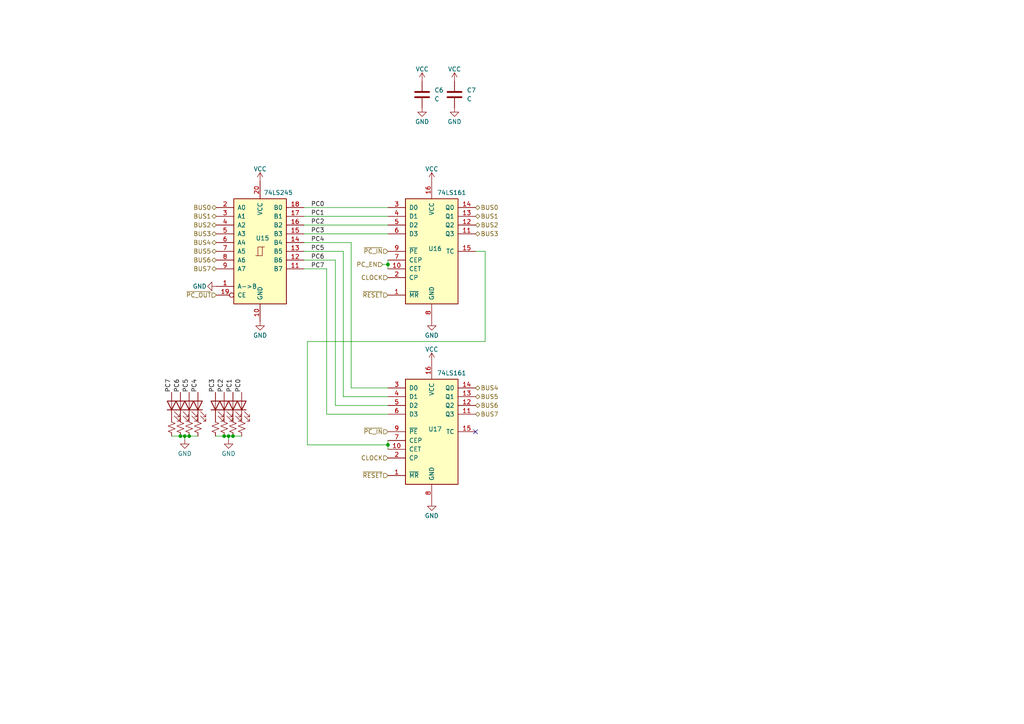
<source format=kicad_sch>
(kicad_sch (version 20211123) (generator eeschema)
  (paper "A4")
  (lib_symbols
    (symbol "74xx:74LS161" (pin_names (offset 1.016))
      (property "Reference" "U" (at -7.62 16.51 0))
      (property "Value" "74LS161" (at -7.62 -16.51 0))
      (symbol "74LS161_1_0"
        (pin input line (at -12.7 -12.7 0) (length 5.08) (name "~{MR}") (number "1"))
        (pin input line (at -12.7 -5.08 0) (length 5.08) (name "CET") (number "10"))
        (pin output line (at 12.7 5.08 180) (length 5.08) (name "Q3") (number "11"))
        (pin output line (at 12.7 7.62 180) (length 5.08) (name "Q2") (number "12"))
        (pin output line (at 12.7 10.16 180) (length 5.08) (name "Q1") (number "13"))
        (pin output line (at 12.7 12.7 180) (length 5.08) (name "Q0") (number "14"))
        (pin output line (at 12.7 0 180) (length 5.08) (name "TC") (number "15"))
        (pin power_in line (at 0 20.32 270) (length 5.08) (name "VCC") (number "16"))
        (pin input line (at -12.7 -7.62 0) (length 5.08) (name "CP") (number "2"))
        (pin input line (at -12.7 12.7 0) (length 5.08) (name "D0") (number "3"))
        (pin input line (at -12.7 10.16 0) (length 5.08) (name "D1") (number "4"))
        (pin input line (at -12.7 7.62 0) (length 5.08) (name "D2") (number "5"))
        (pin input line (at -12.7 5.08 0) (length 5.08) (name "D3") (number "6"))
        (pin input line (at -12.7 -2.54 0) (length 5.08) (name "CEP") (number "7"))
        (pin power_in line (at 0 -20.32 90) (length 5.08) (name "GND") (number "8"))
        (pin input line (at -12.7 0 0) (length 5.08) (name "~{PE}") (number "9"))
      )
      (symbol "74LS161_1_1"
        (rectangle (start -7.62 15.24) (end 7.62 -15.24) (stroke (width 0.254)) (fill (type background)))
      )
    )
    (symbol "74xx:74LS245" (pin_names (offset 1.016))
      (property "Reference" "U" (at -7.62 16.51 0))
      (property "Value" "74LS245" (at -7.62 -16.51 0))
      (symbol "74LS245_1_0"
        (polyline (pts (xy -0.635 -1.27) (xy -0.635 1.27) (xy 0.635 1.27)))
        (polyline (pts (xy -1.27 -1.27) (xy 0.635 -1.27) (xy 0.635 1.27) (xy 1.27 1.27)))
        (pin input line (at -12.7 -10.16 0) (length 5.08) (name "A->B") (number "1"))
        (pin power_in line (at 0 -20.32 90) (length 5.08) (name "GND") (number "10"))
        (pin tri_state line (at 12.7 -5.08 180) (length 5.08) (name "B7") (number "11"))
        (pin tri_state line (at 12.7 -2.54 180) (length 5.08) (name "B6") (number "12"))
        (pin tri_state line (at 12.7 0 180) (length 5.08) (name "B5") (number "13"))
        (pin tri_state line (at 12.7 2.54 180) (length 5.08) (name "B4") (number "14"))
        (pin tri_state line (at 12.7 5.08 180) (length 5.08) (name "B3") (number "15"))
        (pin tri_state line (at 12.7 7.62 180) (length 5.08) (name "B2") (number "16"))
        (pin tri_state line (at 12.7 10.16 180) (length 5.08) (name "B1") (number "17"))
        (pin tri_state line (at 12.7 12.7 180) (length 5.08) (name "B0") (number "18"))
        (pin input inverted (at -12.7 -12.7 0) (length 5.08) (name "CE") (number "19"))
        (pin tri_state line (at -12.7 12.7 0) (length 5.08) (name "A0") (number "2"))
        (pin power_in line (at 0 20.32 270) (length 5.08) (name "VCC") (number "20"))
        (pin tri_state line (at -12.7 10.16 0) (length 5.08) (name "A1") (number "3"))
        (pin tri_state line (at -12.7 7.62 0) (length 5.08) (name "A2") (number "4"))
        (pin tri_state line (at -12.7 5.08 0) (length 5.08) (name "A3") (number "5"))
        (pin tri_state line (at -12.7 2.54 0) (length 5.08) (name "A4") (number "6"))
        (pin tri_state line (at -12.7 0 0) (length 5.08) (name "A5") (number "7"))
        (pin tri_state line (at -12.7 -2.54 0) (length 5.08) (name "A6") (number "8"))
        (pin tri_state line (at -12.7 -5.08 0) (length 5.08) (name "A7") (number "9"))
      )
      (symbol "74LS245_1_1"
        (rectangle (start -7.62 15.24) (end 7.62 -15.24) (stroke (width 0.254)) (fill (type background)))
      )
    )
    (symbol "Device:C" (pin_numbers hide) (pin_names (offset 0.254))
      (property "Reference" "C" (at 0.635 2.54 0))
      (property "Value" "C" (at 0.635 -2.54 0))
      (symbol "C_0_1"
        (polyline (pts (xy -2.032 -0.762) (xy 2.032 -0.762)) (stroke (width 0.508)))
        (polyline (pts (xy -2.032 0.762) (xy 2.032 0.762)) (stroke (width 0.508)))
      )
      (symbol "C_1_1"
        (pin passive line (at 0 3.81 270) (length 2.794) (name "~") (number "1"))
        (pin passive line (at 0 -3.81 90) (length 2.794) (name "~") (number "2"))
      )
    )
    (symbol "Device:LED" (pin_numbers hide) (pin_names (offset 1.016) hide)
      (property "Reference" "D" (at 0 2.54 0))
      (property "Value" "LED" (at 0 -2.54 0))
      (symbol "LED_0_1"
        (polyline (pts (xy -1.27 -1.27) (xy -1.27 1.27)) (stroke (width 0.254)))
        (polyline (pts (xy -1.27 0) (xy 1.27 0)))
        (polyline (pts (xy 1.27 -1.27) (xy 1.27 1.27) (xy -1.27 0) (xy 1.27 -1.27)) (stroke (width 0.254)))
        (polyline (pts (xy -3.048 -0.762) (xy -4.572 -2.286) (xy -3.81 -2.286) (xy -4.572 -2.286) (xy -4.572 -1.524)))
        (polyline (pts (xy -1.778 -0.762) (xy -3.302 -2.286) (xy -2.54 -2.286) (xy -3.302 -2.286) (xy -3.302 -1.524)))
      )
      (symbol "LED_1_1"
        (pin passive line (at -3.81 0 0) (length 2.54) (name "K") (number "1"))
        (pin passive line (at 3.81 0 180) (length 2.54) (name "A") (number "2"))
      )
    )
    (symbol "Device:R_Small_US" (pin_numbers hide) (pin_names (offset 0.254) hide)
      (property "Reference" "R" (at 0.762 0.508 0))
      (property "Value" "R_Small_US" (at 0.762 -1.016 0))
      (symbol "R_Small_US_1_1"
        (polyline (pts (xy 0 0) (xy 1.016 -0.381) (xy 0 -0.762) (xy -1.016 -1.143) (xy 0 -1.524)))
        (polyline (pts (xy 0 1.524) (xy 1.016 1.143) (xy 0 0.762) (xy -1.016 0.381) (xy 0 0)))
        (pin passive line (at 0 2.54 270) (length 1.016) (name "~") (number "1"))
        (pin passive line (at 0 -2.54 90) (length 1.016) (name "~") (number "2"))
      )
    )
    (symbol "power:GND" (power) (pin_names (offset 0))
      (property "Value" "GND" (at 0 -3.81 0))
      (symbol "GND_0_1"
        (polyline (pts (xy 0 0) (xy 0 -1.27) (xy 1.27 -1.27) (xy 0 -2.54) (xy -1.27 -1.27) (xy 0 -1.27)))
      )
      (symbol "GND_1_1"
        (pin power_in line (at 0 0 270) (length 0) hide (name "GND") (number "1"))
      )
    )
    (symbol "power:VCC" (power) (pin_names (offset 0))
      (property "Value" "VCC" (at 0 3.81 0))
      (symbol "VCC_0_1"
        (polyline (pts (xy -0.762 1.27) (xy 0 2.54)))
        (polyline (pts (xy 0 0) (xy 0 2.54)))
        (polyline (pts (xy 0 2.54) (xy 0.762 1.27)))
      )
      (symbol "VCC_1_1"
        (pin power_in line (at 0 0 90) (length 0) hide (name "VCC") (number "1"))
      )
    )
  )
  (junction (at 65.024 126.492))
  (junction (at 112.522 129.032))
  (junction (at 67.564 126.492))
  (junction (at 54.864 126.492))
  (junction (at 66.294 126.492))
  (junction (at 112.522 76.708))
  (junction (at 53.594 126.492))
  (junction (at 52.324 126.492))
  (no_connect (at 137.922 125.222))
  (wire (pts (xy 52.324 126.492) (xy 53.594 126.492)))
  (wire (pts (xy 112.522 117.602) (xy 97.282 117.602)))
  (wire (pts (xy 97.282 75.438) (xy 88.138 75.438)))
  (wire (pts (xy 94.742 120.142) (xy 112.522 120.142)))
  (wire (pts (xy 101.854 112.522) (xy 101.854 70.358)))
  (wire (pts (xy 53.594 127.508) (xy 53.594 126.492)))
  (wire (pts (xy 89.154 99.06) (xy 140.716 99.06)))
  (wire (pts (xy 49.784 126.492) (xy 52.324 126.492)))
  (wire (pts (xy 88.138 65.278) (xy 112.522 65.278)))
  (wire (pts (xy 88.138 72.898) (xy 99.568 72.898)))
  (wire (pts (xy 88.138 67.818) (xy 112.522 67.818)))
  (wire (pts (xy 88.138 62.738) (xy 112.522 62.738)))
  (wire (pts (xy 112.522 129.032) (xy 112.522 130.302)))
  (wire (pts (xy 66.294 126.492) (xy 67.564 126.492)))
  (wire (pts (xy 99.568 72.898) (xy 99.568 115.062)))
  (wire (pts (xy 140.716 99.06) (xy 140.716 72.898)))
  (wire (pts (xy 54.864 126.492) (xy 57.404 126.492)))
  (wire (pts (xy 66.294 127.508) (xy 66.294 126.492)))
  (wire (pts (xy 97.282 117.602) (xy 97.282 75.438)))
  (wire (pts (xy 65.024 126.492) (xy 66.294 126.492)))
  (wire (pts (xy 89.154 129.032) (xy 89.154 99.06)))
  (wire (pts (xy 140.716 72.898) (xy 137.922 72.898)))
  (wire (pts (xy 112.522 127.762) (xy 112.522 129.032)))
  (wire (pts (xy 53.594 126.492) (xy 54.864 126.492)))
  (wire (pts (xy 112.522 76.708) (xy 112.522 77.978)))
  (wire (pts (xy 112.522 112.522) (xy 101.854 112.522)))
  (wire (pts (xy 94.742 77.978) (xy 94.742 120.142)))
  (wire (pts (xy 101.854 70.358) (xy 88.138 70.358)))
  (wire (pts (xy 112.522 75.438) (xy 112.522 76.708)))
  (wire (pts (xy 62.484 126.492) (xy 65.024 126.492)))
  (wire (pts (xy 67.564 126.492) (xy 70.104 126.492)))
  (wire (pts (xy 110.998 76.708) (xy 112.522 76.708)))
  (wire (pts (xy 99.568 115.062) (xy 112.522 115.062)))
  (wire (pts (xy 89.154 129.032) (xy 112.522 129.032)))
  (wire (pts (xy 88.138 77.978) (xy 94.742 77.978)))
  (wire (pts (xy 88.138 60.198) (xy 112.522 60.198)))
  (label "PC1" (at 67.564 113.792 90))
  (label "PC2" (at 90.17 65.278 0))
  (label "PC7" (at 90.17 77.978 0))
  (label "PC4" (at 90.17 70.358 0))
  (label "PC2" (at 65.024 113.792 90))
  (label "PC0" (at 70.104 113.792 90))
  (label "PC6" (at 52.324 113.792 90))
  (label "PC6" (at 90.17 75.438 0))
  (label "PC7" (at 49.784 113.792 90))
  (label "PC1" (at 90.17 62.738 0))
  (label "PC3" (at 62.484 113.792 90))
  (label "PC5" (at 54.864 113.792 90))
  (label "PC5" (at 90.17 72.898 0))
  (label "PC0" (at 90.17 60.198 0))
  (label "PC3" (at 90.17 67.818 0))
  (label "PC4" (at 57.404 113.792 90))
  (hierarchical_label "BUS1" (shape tri_state) (at 62.738 62.738 180))
  (hierarchical_label "BUS6" (shape tri_state) (at 137.922 117.602 0))
  (hierarchical_label "~{PC_IN}" (shape input) (at 112.522 125.222 180))
  (hierarchical_label "BUS4" (shape tri_state) (at 62.738 70.358 180))
  (hierarchical_label "BUS1" (shape tri_state) (at 137.922 62.738 0))
  (hierarchical_label "CLOCK" (shape input) (at 112.522 80.518 180))
  (hierarchical_label "BUS2" (shape tri_state) (at 137.922 65.278 0))
  (hierarchical_label "BUS3" (shape tri_state) (at 137.922 67.818 0))
  (hierarchical_label "BUS3" (shape tri_state) (at 62.738 67.818 180))
  (hierarchical_label "BUS4" (shape tri_state) (at 137.922 112.522 0))
  (hierarchical_label "PC_EN" (shape input) (at 110.998 76.708 180))
  (hierarchical_label "~{RESET}" (shape input) (at 112.522 85.598 180))
  (hierarchical_label "BUS5" (shape tri_state) (at 62.738 72.898 180))
  (hierarchical_label "CLOCK" (shape input) (at 112.522 132.842 180))
  (hierarchical_label "BUS2" (shape tri_state) (at 62.738 65.278 180))
  (hierarchical_label "~{RESET}" (shape input) (at 112.522 137.922 180))
  (hierarchical_label "BUS0" (shape tri_state) (at 137.922 60.198 0))
  (hierarchical_label "BUS7" (shape tri_state) (at 62.738 77.978 180))
  (hierarchical_label "BUS7" (shape tri_state) (at 137.922 120.142 0))
  (hierarchical_label "~{PC_OUT}" (shape input) (at 62.738 85.598 180))
  (hierarchical_label "BUS0" (shape tri_state) (at 62.738 60.198 180))
  (hierarchical_label "BUS6" (shape tri_state) (at 62.738 75.438 180))
  (hierarchical_label "~{PC_IN}" (shape input) (at 112.522 72.898 180))
  (hierarchical_label "BUS5" (shape tri_state) (at 137.922 115.062 0))
  (symbol (lib_id "Device:LED") (at 49.784 117.602 90) (unit 1)
    (property "Reference" "D29" (effects hide))
    (property "Value" "LED" (effects hide))
    (property "Footprint" "LED_SMD:LED_0805_2012Metric" (effects hide))
  )
  (symbol (lib_id "Device:LED") (at 62.484 117.602 90) (unit 1)
    (property "Reference" "D33" (effects hide))
    (property "Value" "LED" (effects hide))
    (property "Footprint" "LED_SMD:LED_0805_2012Metric" (effects hide))
  )
  (symbol (lib_id "power:VCC") (at 75.438 52.578 0) (unit 1)
    (property "Reference" "#PWR056" (effects hide))
    (property "Value" "VCC" (at 75.438 49.022 0))
  )
  (symbol (lib_id "74xx:74LS161") (at 125.222 72.898 0) (unit 1)
    (property "Reference" "U16" (at 124.206 72.136 0) (effects (justify left)))
    (property "Value" "74LS161" (at 126.746 55.88 0) (effects (justify left)))
    (property "Footprint" "Package_SO:SOIC-16_3.9x9.9mm_P1.27mm" (effects hide))
    (property "Datasheet" "http://www.ti.com/lit/gpn/sn74LS161" (effects hide))
  )
  (symbol (lib_id "Device:R_Small_US") (at 52.324 123.952 0) (unit 1)
    (property "Reference" "R30" (effects hide))
    (property "Value" "R_Small_US" (effects hide))
    (property "Footprint" "Resistor_SMD:R_0805_2012Metric" (effects hide))
  )
  (symbol (lib_id "Device:C") (at 122.428 27.432 0) (unit 1)
    (property "Reference" "C6" (at 125.984 26.1619 0) (effects (justify left)))
    (property "Value" "C" (at 125.984 28.7019 0) (effects (justify left)))
    (property "Footprint" "Capacitor_SMD:C_0805_2012Metric" (effects hide))
  )
  (symbol (lib_id "Device:R_Small_US") (at 49.784 123.952 0) (unit 1)
    (property "Reference" "R29" (effects hide))
    (property "Value" "R_Small_US" (effects hide))
    (property "Footprint" "Resistor_SMD:R_0805_2012Metric" (effects hide))
  )
  (symbol (lib_id "power:VCC") (at 131.826 23.622 0) (unit 1)
    (property "Reference" "#PWR064" (effects hide))
    (property "Value" "VCC" (at 131.826 20.066 0))
  )
  (symbol (lib_id "Device:LED") (at 54.864 117.602 90) (unit 1)
    (property "Reference" "D31" (effects hide))
    (property "Value" "LED" (effects hide))
    (property "Footprint" "LED_SMD:LED_0805_2012Metric" (effects hide))
  )
  (symbol (lib_id "power:GND") (at 66.294 127.508 0) (unit 1)
    (property "Reference" "#PWR055" (effects hide))
    (property "Value" "GND" (at 66.294 131.572 0))
  )
  (symbol (lib_id "power:GND") (at 131.826 31.242 0) (unit 1)
    (property "Reference" "#PWR065" (effects hide))
    (property "Value" "GND" (at 131.826 35.306 0))
  )
  (symbol (lib_id "Device:LED") (at 65.024 117.602 90) (unit 1)
    (property "Reference" "D34" (effects hide))
    (property "Value" "LED" (effects hide))
    (property "Footprint" "LED_SMD:LED_0805_2012Metric" (effects hide))
  )
  (symbol (lib_id "Device:R_Small_US") (at 65.024 123.952 0) (unit 1)
    (property "Reference" "R34" (effects hide))
    (property "Value" "R_Small_US" (effects hide))
    (property "Footprint" "Resistor_SMD:R_0805_2012Metric" (effects hide))
  )
  (symbol (lib_id "power:VCC") (at 122.428 23.622 0) (unit 1)
    (property "Reference" "#PWR058" (effects hide))
    (property "Value" "VCC" (at 122.428 20.066 0))
  )
  (symbol (lib_id "power:GND") (at 62.738 83.058 270) (unit 1)
    (property "Reference" "#PWR054" (effects hide))
    (property "Value" "GND" (at 57.912 83.058 90))
  )
  (symbol (lib_id "power:VCC") (at 125.222 52.578 0) (unit 1)
    (property "Reference" "#PWR060" (effects hide))
    (property "Value" "VCC" (at 125.222 49.022 0))
  )
  (symbol (lib_id "power:GND") (at 75.438 93.218 0) (unit 1)
    (property "Reference" "#PWR057" (effects hide))
    (property "Value" "GND" (at 75.438 97.282 0))
  )
  (symbol (lib_id "power:GND") (at 125.222 93.218 0) (unit 1)
    (property "Reference" "#PWR061" (effects hide))
    (property "Value" "GND" (at 125.222 97.282 0))
  )
  (symbol (lib_id "Device:R_Small_US") (at 57.404 123.952 0) (unit 1)
    (property "Reference" "R32" (effects hide))
    (property "Value" "R_Small_US" (effects hide))
    (property "Footprint" "Resistor_SMD:R_0805_2012Metric" (effects hide))
  )
  (symbol (lib_id "Device:R_Small_US") (at 54.864 123.952 0) (unit 1)
    (property "Reference" "R31" (effects hide))
    (property "Value" "R_Small_US" (effects hide))
    (property "Footprint" "Resistor_SMD:R_0805_2012Metric" (effects hide))
  )
  (symbol (lib_id "Device:LED") (at 67.564 117.602 90) (unit 1)
    (property "Reference" "D35" (effects hide))
    (property "Value" "LED" (effects hide))
    (property "Footprint" "LED_SMD:LED_0805_2012Metric" (effects hide))
  )
  (symbol (lib_id "Device:LED") (at 52.324 117.602 90) (unit 1)
    (property "Reference" "D30" (effects hide))
    (property "Value" "LED" (effects hide))
    (property "Footprint" "LED_SMD:LED_0805_2012Metric" (effects hide))
  )
  (symbol (lib_id "power:VCC") (at 125.222 104.902 0) (unit 1)
    (property "Reference" "#PWR062" (effects hide))
    (property "Value" "VCC" (at 125.222 101.346 0))
  )
  (symbol (lib_id "power:GND") (at 53.594 127.508 0) (unit 1)
    (property "Reference" "#PWR053" (effects hide))
    (property "Value" "GND" (at 53.594 131.572 0))
  )
  (symbol (lib_id "74xx:74LS245") (at 75.438 72.898 0) (unit 1)
    (property "Reference" "U15" (at 74.168 69.088 0) (effects (justify left)))
    (property "Value" "74LS245" (at 76.454 55.88 0) (effects (justify left)))
    (property "Footprint" "Package_SO:TSSOP-20_4.4x6.5mm_P0.65mm" (effects hide))
    (property "Datasheet" "http://www.ti.com/lit/gpn/sn74LS245" (effects hide))
  )
  (symbol (lib_id "power:GND") (at 122.428 31.242 0) (unit 1)
    (property "Reference" "#PWR059" (effects hide))
    (property "Value" "GND" (at 122.428 35.306 0))
  )
  (symbol (lib_id "Device:C") (at 131.826 27.432 0) (unit 1)
    (property "Reference" "C7" (at 135.382 26.1619 0) (effects (justify left)))
    (property "Value" "C" (at 135.382 28.7019 0) (effects (justify left)))
    (property "Footprint" "Capacitor_SMD:C_0805_2012Metric" (effects hide))
  )
  (symbol (lib_id "Device:LED") (at 70.104 117.602 90) (unit 1)
    (property "Reference" "D36" (effects hide))
    (property "Value" "LED" (effects hide))
    (property "Footprint" "LED_SMD:LED_0805_2012Metric" (effects hide))
  )
  (symbol (lib_id "74xx:74LS161") (at 125.222 125.222 0) (unit 1)
    (property "Reference" "U17" (at 124.206 124.46 0) (effects (justify left)))
    (property "Value" "74LS161" (at 126.746 108.204 0) (effects (justify left)))
    (property "Footprint" "Package_SO:SOIC-16_3.9x9.9mm_P1.27mm" (effects hide))
    (property "Datasheet" "http://www.ti.com/lit/gpn/sn74LS161" (effects hide))
  )
  (symbol (lib_id "Device:R_Small_US") (at 70.104 123.952 0) (unit 1)
    (property "Reference" "R36" (effects hide))
    (property "Value" "R_Small_US" (effects hide))
    (property "Footprint" "Resistor_SMD:R_0805_2012Metric" (effects hide))
  )
  (symbol (lib_id "Device:R_Small_US") (at 62.484 123.952 0) (unit 1)
    (property "Reference" "R33" (effects hide))
    (property "Value" "R_Small_US" (effects hide))
    (property "Footprint" "Resistor_SMD:R_0805_2012Metric" (effects hide))
  )
  (symbol (lib_id "Device:LED") (at 57.404 117.602 90) (unit 1)
    (property "Reference" "D32" (effects hide))
    (property "Value" "LED" (effects hide))
    (property "Footprint" "LED_SMD:LED_0805_2012Metric" (effects hide))
  )
  (symbol (lib_id "power:GND") (at 125.222 145.542 0) (unit 1)
    (property "Reference" "#PWR063" (effects hide))
    (property "Value" "GND" (at 125.222 149.606 0))
  )
  (symbol (lib_id "Device:R_Small_US") (at 67.564 123.952 0) (unit 1)
    (property "Reference" "R35" (effects hide))
    (property "Value" "R_Small_US" (effects hide))
    (property "Footprint" "Resistor_SMD:R_0805_2012Metric" (effects hide))
  )
)
</source>
